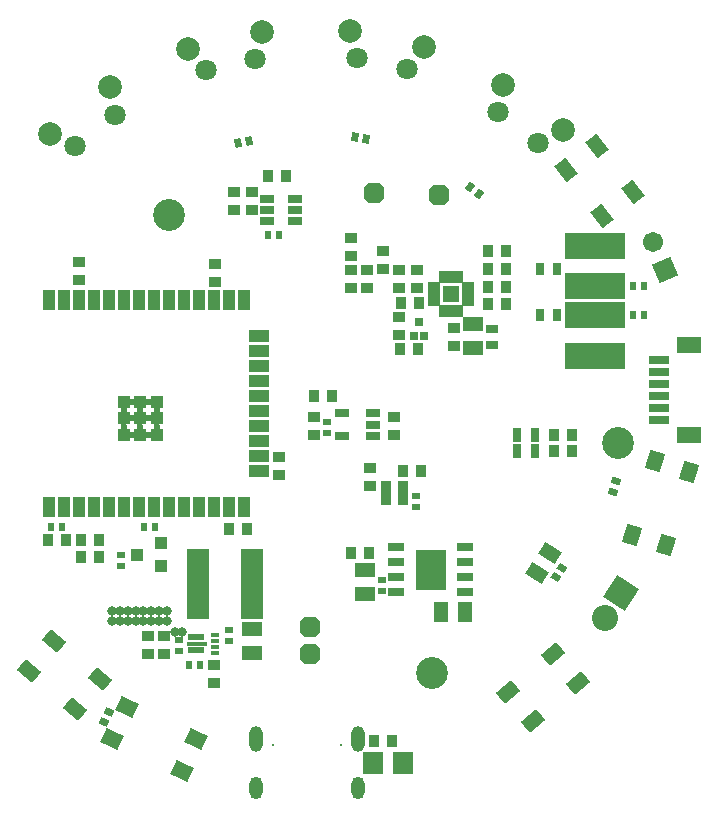
<source format=gts>
G04*
G04 #@! TF.GenerationSoftware,Altium Limited,Altium Designer,23.6.0 (18)*
G04*
G04 Layer_Color=8388736*
%FSLAX25Y25*%
%MOIN*%
G70*
G04*
G04 #@! TF.SameCoordinates,41434E86-4965-44CF-8D99-FF0C004B18D3*
G04*
G04*
G04 #@! TF.FilePolarity,Negative*
G04*
G01*
G75*
%ADD66R,0.03800X0.04300*%
%ADD67R,0.06800X0.07800*%
%ADD68R,0.04300X0.03800*%
%ADD69R,0.04422X0.04028*%
%ADD70R,0.02933X0.02233*%
%ADD71R,0.02233X0.02933*%
%ADD72R,0.02972X0.02272*%
G04:AMPARAMS|DCode=73|XSize=29.72mil|YSize=22.72mil|CornerRadius=0mil|HoleSize=0mil|Usage=FLASHONLY|Rotation=283.000|XOffset=0mil|YOffset=0mil|HoleType=Round|Shape=Rectangle|*
%AMROTATEDRECTD73*
4,1,4,-0.01441,0.01193,0.00773,0.01704,0.01441,-0.01193,-0.00773,-0.01704,-0.01441,0.01193,0.0*
%
%ADD73ROTATEDRECTD73*%

G04:AMPARAMS|DCode=74|XSize=63.12mil|YSize=51.31mil|CornerRadius=0mil|HoleSize=0mil|Usage=FLASHONLY|Rotation=73.000|XOffset=0mil|YOffset=0mil|HoleType=Round|Shape=Rectangle|*
%AMROTATEDRECTD74*
4,1,4,0.01531,-0.03768,-0.03376,-0.02268,-0.01531,0.03768,0.03376,0.02268,0.01531,-0.03768,0.0*
%
%ADD74ROTATEDRECTD74*%

G04:AMPARAMS|DCode=75|XSize=29.72mil|YSize=22.72mil|CornerRadius=0mil|HoleSize=0mil|Usage=FLASHONLY|Rotation=327.000|XOffset=0mil|YOffset=0mil|HoleType=Round|Shape=Rectangle|*
%AMROTATEDRECTD75*
4,1,4,-0.01865,-0.00144,-0.00628,0.01762,0.01865,0.00144,0.00628,-0.01762,-0.01865,-0.00144,0.0*
%
%ADD75ROTATEDRECTD75*%

%ADD76R,0.04343X0.06706*%
%ADD77R,0.03972X0.03472*%
%ADD78R,0.07493X0.23241*%
%ADD79R,0.04343X0.04343*%
%ADD80R,0.06706X0.04343*%
%ADD81R,0.03438X0.01981*%
G04:AMPARAMS|DCode=82|XSize=67.06mil|YSize=47.37mil|CornerRadius=0mil|HoleSize=0mil|Usage=FLASHONLY|Rotation=320.000|XOffset=0mil|YOffset=0mil|HoleType=Round|Shape=Rectangle|*
%AMROTATEDRECTD82*
4,1,4,-0.04091,0.00341,-0.01046,0.03970,0.04091,-0.00341,0.01046,-0.03970,-0.04091,0.00341,0.0*
%
%ADD82ROTATEDRECTD82*%

%ADD83R,0.03472X0.03972*%
%ADD84R,0.02272X0.02972*%
G04:AMPARAMS|DCode=85|XSize=63.12mil|YSize=51.31mil|CornerRadius=0mil|HoleSize=0mil|Usage=FLASHONLY|Rotation=335.000|XOffset=0mil|YOffset=0mil|HoleType=Round|Shape=Rectangle|*
%AMROTATEDRECTD85*
4,1,4,-0.03944,-0.00991,-0.01776,0.03659,0.03944,0.00991,0.01776,-0.03659,-0.03944,-0.00991,0.0*
%
%ADD85ROTATEDRECTD85*%

G04:AMPARAMS|DCode=86|XSize=68mil|YSize=68mil|CornerRadius=0mil|HoleSize=0mil|Usage=FLASHONLY|Rotation=270.000|XOffset=0mil|YOffset=0mil|HoleType=Round|Shape=Octagon|*
%AMOCTAGOND86*
4,1,8,-0.01700,-0.03400,0.01700,-0.03400,0.03400,-0.01700,0.03400,0.01700,0.01700,0.03400,-0.01700,0.03400,-0.03400,0.01700,-0.03400,-0.01700,-0.01700,-0.03400,0.0*
%
%ADD86OCTAGOND86*%

G04:AMPARAMS|DCode=87|XSize=67.06mil|YSize=47.37mil|CornerRadius=0mil|HoleSize=0mil|Usage=FLASHONLY|Rotation=128.000|XOffset=0mil|YOffset=0mil|HoleType=Round|Shape=Rectangle|*
%AMROTATEDRECTD87*
4,1,4,0.03931,-0.01184,0.00198,-0.04100,-0.03931,0.01184,-0.00198,0.04100,0.03931,-0.01184,0.0*
%
%ADD87ROTATEDRECTD87*%

%ADD88R,0.04551X0.06551*%
%ADD89R,0.06551X0.04551*%
G04:AMPARAMS|DCode=90|XSize=67.06mil|YSize=47.37mil|CornerRadius=0mil|HoleSize=0mil|Usage=FLASHONLY|Rotation=220.000|XOffset=0mil|YOffset=0mil|HoleType=Round|Shape=Rectangle|*
%AMROTATEDRECTD90*
4,1,4,0.01046,0.03970,0.04091,0.00341,-0.01046,-0.03970,-0.04091,-0.00341,0.01046,0.03970,0.0*
%
%ADD90ROTATEDRECTD90*%

%ADD91R,0.05131X0.03162*%
%ADD92R,0.05524X0.03162*%
%ADD93R,0.10249X0.13792*%
%ADD94R,0.02572X0.01784*%
%ADD95R,0.06509X0.01587*%
%ADD96R,0.05328X0.02178*%
%ADD97R,0.02769X0.04737*%
G04:AMPARAMS|DCode=98|XSize=45.51mil|YSize=65.51mil|CornerRadius=0mil|HoleSize=0mil|Usage=FLASHONLY|Rotation=237.000|XOffset=0mil|YOffset=0mil|HoleType=Round|Shape=Rectangle|*
%AMROTATEDRECTD98*
4,1,4,-0.01508,0.03693,0.03987,0.00125,0.01508,-0.03693,-0.03987,-0.00125,-0.01508,0.03693,0.0*
%
%ADD98ROTATEDRECTD98*%

G04:AMPARAMS|DCode=99|XSize=29.72mil|YSize=22.72mil|CornerRadius=0mil|HoleSize=0mil|Usage=FLASHONLY|Rotation=155.000|XOffset=0mil|YOffset=0mil|HoleType=Round|Shape=Rectangle|*
%AMROTATEDRECTD99*
4,1,4,0.01827,0.00402,0.00867,-0.01658,-0.01827,-0.00402,-0.00867,0.01658,0.01827,0.00402,0.0*
%
%ADD99ROTATEDRECTD99*%

G04:AMPARAMS|DCode=100|XSize=29.72mil|YSize=22.72mil|CornerRadius=0mil|HoleSize=0mil|Usage=FLASHONLY|Rotation=232.900|XOffset=0mil|YOffset=0mil|HoleType=Round|Shape=Rectangle|*
%AMROTATEDRECTD100*
4,1,4,-0.00010,0.01871,0.01803,0.00500,0.00010,-0.01871,-0.01803,-0.00500,-0.00010,0.01871,0.0*
%
%ADD100ROTATEDRECTD100*%

G04:AMPARAMS|DCode=101|XSize=29.72mil|YSize=22.72mil|CornerRadius=0mil|HoleSize=0mil|Usage=FLASHONLY|Rotation=258.000|XOffset=0mil|YOffset=0mil|HoleType=Round|Shape=Rectangle|*
%AMROTATEDRECTD101*
4,1,4,-0.00802,0.01690,0.01420,0.01218,0.00802,-0.01690,-0.01420,-0.01218,-0.00802,0.01690,0.0*
%
%ADD101ROTATEDRECTD101*%

G04:AMPARAMS|DCode=102|XSize=29.72mil|YSize=22.72mil|CornerRadius=0mil|HoleSize=0mil|Usage=FLASHONLY|Rotation=163.000|XOffset=0mil|YOffset=0mil|HoleType=Round|Shape=Rectangle|*
%AMROTATEDRECTD102*
4,1,4,0.01753,0.00652,0.01089,-0.01521,-0.01753,-0.00652,-0.01089,0.01521,0.01753,0.00652,0.0*
%
%ADD102ROTATEDRECTD102*%

%ADD103R,0.07099X0.02769*%
%ADD104R,0.07887X0.05524*%
%ADD105R,0.04737X0.03162*%
%ADD106R,0.03162X0.03950*%
%ADD107R,0.03950X0.03162*%
%ADD108R,0.20091X0.09068*%
%ADD109R,0.03950X0.01981*%
%ADD110R,0.01981X0.03950*%
%ADD111R,0.05642X0.05642*%
%ADD112R,0.02769X0.02572*%
%ADD113C,0.07099*%
%ADD114C,0.07887*%
%ADD115C,0.02362*%
%ADD116O,0.04343X0.08674*%
%ADD117O,0.04343X0.07493*%
%ADD118C,0.10630*%
%ADD119P,0.12267X4X282.0*%
%ADD120C,0.08674*%
%ADD121C,0.00800*%
%ADD122C,0.06706*%
%ADD123P,0.09483X4X158.0*%
%ADD124C,0.03162*%
D66*
X137300Y-188800D02*
D03*
X131300D02*
D03*
X101828Y-405D02*
D03*
X95828D02*
D03*
X175188Y-25365D02*
D03*
X169188D02*
D03*
X175188Y-31264D02*
D03*
X169188D02*
D03*
X175188Y-37165D02*
D03*
X169188D02*
D03*
X175188Y-43064D02*
D03*
X169188D02*
D03*
X33650Y-121755D02*
D03*
X39650Y-121755D02*
D03*
X129728Y-126005D02*
D03*
X123728Y-126005D02*
D03*
X141003Y-98474D02*
D03*
X147003Y-98474D02*
D03*
X191128Y-86505D02*
D03*
X197128D02*
D03*
X83028Y-118129D02*
D03*
X89028D02*
D03*
X191128Y-92005D02*
D03*
X197128D02*
D03*
X140288Y-42564D02*
D03*
X146288D02*
D03*
X139788Y-57964D02*
D03*
X145788D02*
D03*
D67*
X130800Y-196100D02*
D03*
X140800D02*
D03*
D68*
X145488Y-37664D02*
D03*
Y-31664D02*
D03*
X123650Y-37602D02*
D03*
Y-31602D02*
D03*
X129088Y-37764D02*
D03*
Y-31765D02*
D03*
X139488Y-31664D02*
D03*
Y-37664D02*
D03*
X90528Y-5705D02*
D03*
Y-11705D02*
D03*
X77828Y-169405D02*
D03*
Y-163405D02*
D03*
X33028Y-35105D02*
D03*
X33028Y-29105D02*
D03*
X123550Y-26942D02*
D03*
Y-20942D02*
D03*
X99700Y-99913D02*
D03*
Y-93913D02*
D03*
X78128Y-35605D02*
D03*
X78128Y-29605D02*
D03*
X134288Y-25464D02*
D03*
Y-31464D02*
D03*
X139688Y-53264D02*
D03*
Y-47265D02*
D03*
X84600Y-5700D02*
D03*
Y-11700D02*
D03*
D69*
X52349Y-126504D02*
D03*
X60223Y-130244D02*
D03*
Y-122764D02*
D03*
D70*
X47048Y-126768D02*
D03*
Y-130468D02*
D03*
D71*
X58184Y-117419D02*
D03*
X54484D02*
D03*
X69578Y-163405D02*
D03*
X73278D02*
D03*
D72*
X82828Y-155355D02*
D03*
X82828Y-151655D02*
D03*
X145416Y-110616D02*
D03*
X145416Y-106916D02*
D03*
X66128Y-154955D02*
D03*
Y-158655D02*
D03*
X133828Y-134855D02*
D03*
X133828Y-138555D02*
D03*
X115728Y-85905D02*
D03*
Y-82205D02*
D03*
D73*
X86089Y10615D02*
D03*
X89695Y11448D02*
D03*
D74*
X228734Y-123367D02*
D03*
X236216Y-98895D02*
D03*
X224921Y-95442D02*
D03*
X217439Y-119914D02*
D03*
D75*
X193918Y-130831D02*
D03*
X191903Y-133934D02*
D03*
D76*
X28034Y-41756D02*
D03*
X23034Y-41756D02*
D03*
X33034D02*
D03*
X38034D02*
D03*
X43034Y-41756D02*
D03*
X48034Y-41756D02*
D03*
X53034Y-41756D02*
D03*
X58034Y-41756D02*
D03*
X63034Y-41756D02*
D03*
X68034Y-41756D02*
D03*
X73034Y-41756D02*
D03*
X78034Y-41756D02*
D03*
X83034Y-41756D02*
D03*
X88034D02*
D03*
X23034Y-110653D02*
D03*
X28034Y-110653D02*
D03*
X33034D02*
D03*
X38034Y-110653D02*
D03*
X43034Y-110653D02*
D03*
X48034Y-110653D02*
D03*
X53034Y-110653D02*
D03*
X58034Y-110653D02*
D03*
X63034Y-110653D02*
D03*
X68034Y-110653D02*
D03*
X73034D02*
D03*
X78034Y-110653D02*
D03*
X83034Y-110653D02*
D03*
X88034Y-110653D02*
D03*
D77*
X55828Y-159605D02*
D03*
Y-153605D02*
D03*
X61228Y-159605D02*
D03*
Y-153605D02*
D03*
X129961Y-103740D02*
D03*
X129961Y-97740D02*
D03*
X137946Y-86805D02*
D03*
Y-80805D02*
D03*
X111168Y-86664D02*
D03*
Y-80664D02*
D03*
X158028Y-50905D02*
D03*
Y-56905D02*
D03*
D78*
X90486Y-136205D02*
D03*
X72770D02*
D03*
D79*
X58940Y-75614D02*
D03*
X58940Y-81126D02*
D03*
X58940Y-86638D02*
D03*
X53428Y-75614D02*
D03*
X53428Y-86638D02*
D03*
X47916Y-75614D02*
D03*
X47916Y-81126D02*
D03*
Y-86638D02*
D03*
X53428Y-81126D02*
D03*
D80*
X92955Y-53685D02*
D03*
Y-58685D02*
D03*
Y-63685D02*
D03*
Y-68685D02*
D03*
X92955Y-73685D02*
D03*
X92955Y-78685D02*
D03*
X92955Y-83685D02*
D03*
X92955Y-88685D02*
D03*
X92955Y-93685D02*
D03*
X92955Y-98685D02*
D03*
D81*
X141041Y-102939D02*
D03*
X141041Y-104908D02*
D03*
X141041Y-106876D02*
D03*
X141041Y-108845D02*
D03*
X135214Y-108845D02*
D03*
Y-106876D02*
D03*
Y-104908D02*
D03*
Y-102939D02*
D03*
D82*
X24764Y-155402D02*
D03*
X16412Y-165354D02*
D03*
X31492Y-178008D02*
D03*
X39843Y-168055D02*
D03*
D83*
X33650Y-127155D02*
D03*
X39650Y-127155D02*
D03*
X22528Y-121755D02*
D03*
X28528D02*
D03*
X117228Y-73805D02*
D03*
X111228D02*
D03*
D84*
X27378Y-117255D02*
D03*
X23678D02*
D03*
X221268Y-46805D02*
D03*
X217568D02*
D03*
X96050Y-19900D02*
D03*
X99750D02*
D03*
X221268Y-36964D02*
D03*
X217568D02*
D03*
D85*
X48927Y-177245D02*
D03*
X72120Y-188060D02*
D03*
X67128Y-198764D02*
D03*
X43936Y-187949D02*
D03*
D86*
X131228Y-6105D02*
D03*
X152828Y-6505D02*
D03*
X110100Y-159705D02*
D03*
X110072Y-150533D02*
D03*
D87*
X207369Y-13660D02*
D03*
X217606Y-5661D02*
D03*
X205487Y9851D02*
D03*
X195249Y1852D02*
D03*
D88*
X161628Y-145705D02*
D03*
X153628D02*
D03*
D89*
X128128Y-139605D02*
D03*
Y-131605D02*
D03*
X90628Y-159205D02*
D03*
Y-151205D02*
D03*
X164228Y-57605D02*
D03*
Y-49605D02*
D03*
D90*
X191092Y-159502D02*
D03*
X199443Y-169454D02*
D03*
X184364Y-182108D02*
D03*
X176012Y-172155D02*
D03*
D91*
X120710Y-86945D02*
D03*
Y-79465D02*
D03*
X130946D02*
D03*
Y-83205D02*
D03*
Y-86945D02*
D03*
D92*
X161579Y-124105D02*
D03*
X161579Y-129105D02*
D03*
Y-134105D02*
D03*
Y-139105D02*
D03*
X138677D02*
D03*
X138677Y-134105D02*
D03*
Y-129105D02*
D03*
Y-124105D02*
D03*
D93*
X150128Y-131605D02*
D03*
D94*
X78128Y-153236D02*
D03*
Y-155205D02*
D03*
Y-157173D02*
D03*
Y-159142D02*
D03*
D95*
X72419Y-156189D02*
D03*
D96*
X71829Y-158354D02*
D03*
Y-154024D02*
D03*
D97*
X179015Y-86505D02*
D03*
X184921D02*
D03*
X179015Y-92005D02*
D03*
X184921D02*
D03*
D98*
X185532Y-132637D02*
D03*
X189889Y-125927D02*
D03*
D99*
X41341Y-182401D02*
D03*
X42905Y-179048D02*
D03*
D100*
X166386Y-6175D02*
D03*
X163435Y-3943D02*
D03*
D101*
X128737Y12044D02*
D03*
X125118Y12813D02*
D03*
D102*
X212069Y-101936D02*
D03*
X210987Y-105474D02*
D03*
D103*
X226328Y-81490D02*
D03*
X226328Y-77553D02*
D03*
X226328Y-73616D02*
D03*
X226328Y-69679D02*
D03*
X226328Y-65742D02*
D03*
X226328Y-61805D02*
D03*
D104*
X236269Y-86608D02*
D03*
X236269Y-56687D02*
D03*
D105*
X95663Y-15405D02*
D03*
Y-11665D02*
D03*
Y-7924D02*
D03*
X105112D02*
D03*
Y-11665D02*
D03*
Y-15405D02*
D03*
D106*
X186772Y-46805D02*
D03*
X192284D02*
D03*
X192268Y-31464D02*
D03*
X186756D02*
D03*
D107*
X170528Y-56661D02*
D03*
Y-51149D02*
D03*
D108*
X205068Y-36964D02*
D03*
Y-23579D02*
D03*
Y-60150D02*
D03*
Y-46764D02*
D03*
D109*
X162598Y-36651D02*
D03*
Y-38620D02*
D03*
Y-40588D02*
D03*
Y-42557D02*
D03*
X151377D02*
D03*
Y-40588D02*
D03*
Y-38620D02*
D03*
Y-36651D02*
D03*
D110*
X154035Y-45214D02*
D03*
X156003D02*
D03*
X157972D02*
D03*
X159940D02*
D03*
Y-33994D02*
D03*
X157972D02*
D03*
X156003D02*
D03*
X154035D02*
D03*
D111*
X156988Y-39604D02*
D03*
D112*
X144713Y-53628D02*
D03*
X147863D02*
D03*
X146288Y-49101D02*
D03*
D113*
X45015Y20154D02*
D03*
X31675Y9731D02*
D03*
X75282Y34968D02*
D03*
X91777Y38776D02*
D03*
X142220Y35397D02*
D03*
X125661Y38916D02*
D03*
X185958Y10797D02*
D03*
X172455Y21009D02*
D03*
D114*
X43183Y29214D02*
D03*
X23327Y13701D02*
D03*
X93946Y47762D02*
D03*
X69395Y42094D02*
D03*
X123336Y47863D02*
D03*
X147983Y42624D02*
D03*
X174145Y30097D02*
D03*
X194242Y14898D02*
D03*
D115*
X47916Y-78370D02*
D03*
X50672Y-75614D02*
D03*
X56184Y-75614D02*
D03*
X50672Y-81126D02*
D03*
X53428Y-78370D02*
D03*
X56184Y-81126D02*
D03*
X58940Y-78370D02*
D03*
X58940Y-83882D02*
D03*
X56184Y-86638D02*
D03*
X50672Y-86638D02*
D03*
X47916Y-83882D02*
D03*
X53428Y-83882D02*
D03*
D116*
X91822Y-187936D02*
D03*
X125877Y-187936D02*
D03*
D117*
X91822Y-204393D02*
D03*
X125877Y-204393D02*
D03*
D118*
X150700Y-165900D02*
D03*
X212700Y-89200D02*
D03*
X63028Y-13419D02*
D03*
D119*
X213708Y-139277D02*
D03*
D120*
X208348Y-147532D02*
D03*
D121*
X97472Y-189905D02*
D03*
X120228Y-189905D02*
D03*
D122*
X224228Y-22305D02*
D03*
D123*
X228135Y-31510D02*
D03*
D124*
X44031Y-148729D02*
D03*
Y-145229D02*
D03*
X64816Y-152229D02*
D03*
X67416D02*
D03*
X62216Y-148729D02*
D03*
X59616D02*
D03*
Y-145229D02*
D03*
X62216D02*
D03*
X54416D02*
D03*
X57016D02*
D03*
X51816D02*
D03*
X49216Y-148729D02*
D03*
X46616Y-145229D02*
D03*
Y-148729D02*
D03*
X51816D02*
D03*
X57016D02*
D03*
X49216Y-145229D02*
D03*
X54416Y-148729D02*
D03*
M02*

</source>
